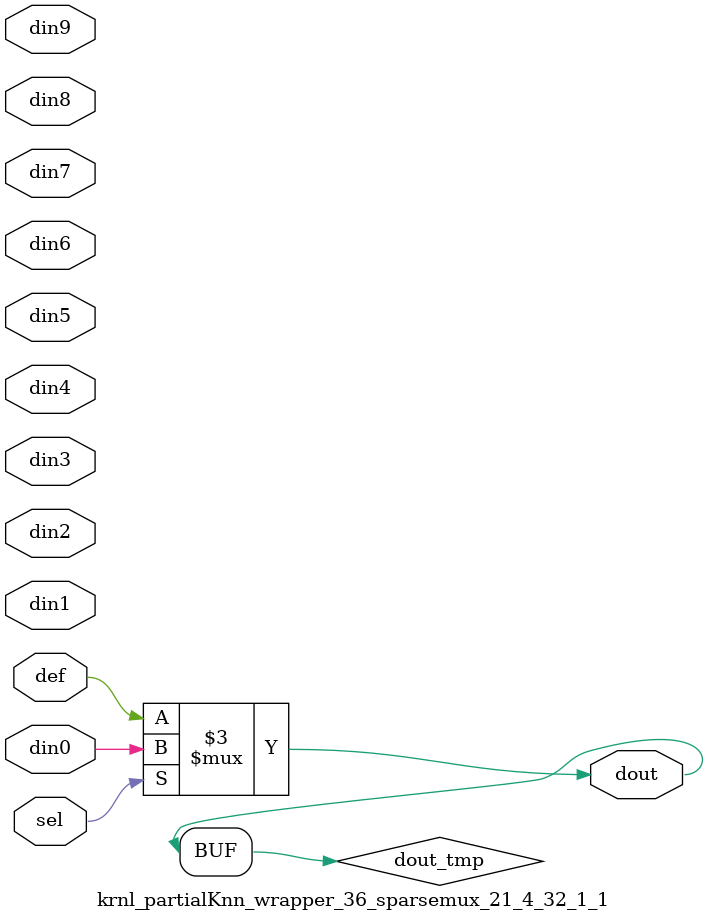
<source format=v>
`timescale 1 ns / 1 ps
module krnl_partialKnn_wrapper_36_sparsemux_21_4_32_1_1 (din0,din1,din2,din3,din4,din5,din6,din7,din8,din9,def,sel,dout);
parameter din0_WIDTH = 1;
parameter din1_WIDTH = 1;
parameter din2_WIDTH = 1;
parameter din3_WIDTH = 1;
parameter din4_WIDTH = 1;
parameter din5_WIDTH = 1;
parameter din6_WIDTH = 1;
parameter din7_WIDTH = 1;
parameter din8_WIDTH = 1;
parameter din9_WIDTH = 1;
parameter def_WIDTH = 1;
parameter sel_WIDTH = 1;
parameter dout_WIDTH = 1;
parameter [sel_WIDTH-1:0] CASE0 = 1;
parameter [sel_WIDTH-1:0] CASE1 = 1;
parameter [sel_WIDTH-1:0] CASE2 = 1;
parameter [sel_WIDTH-1:0] CASE3 = 1;
parameter [sel_WIDTH-1:0] CASE4 = 1;
parameter [sel_WIDTH-1:0] CASE5 = 1;
parameter [sel_WIDTH-1:0] CASE6 = 1;
parameter [sel_WIDTH-1:0] CASE7 = 1;
parameter [sel_WIDTH-1:0] CASE8 = 1;
parameter [sel_WIDTH-1:0] CASE9 = 1;
parameter ID = 1;
parameter NUM_STAGE = 1;
input [din0_WIDTH-1:0] din0;
input [din1_WIDTH-1:0] din1;
input [din2_WIDTH-1:0] din2;
input [din3_WIDTH-1:0] din3;
input [din4_WIDTH-1:0] din4;
input [din5_WIDTH-1:0] din5;
input [din6_WIDTH-1:0] din6;
input [din7_WIDTH-1:0] din7;
input [din8_WIDTH-1:0] din8;
input [din9_WIDTH-1:0] din9;
input [def_WIDTH-1:0] def;
input [sel_WIDTH-1:0] sel;
output [dout_WIDTH-1:0] dout;
reg [dout_WIDTH-1:0] dout_tmp;
always @ (*) begin
case (sel)
    
    CASE0 : dout_tmp = din0;
    
    CASE1 : dout_tmp = din1;
    
    CASE2 : dout_tmp = din2;
    
    CASE3 : dout_tmp = din3;
    
    CASE4 : dout_tmp = din4;
    
    CASE5 : dout_tmp = din5;
    
    CASE6 : dout_tmp = din6;
    
    CASE7 : dout_tmp = din7;
    
    CASE8 : dout_tmp = din8;
    
    CASE9 : dout_tmp = din9;
    
    default : dout_tmp = def;
endcase
end
assign dout = dout_tmp;
endmodule
</source>
